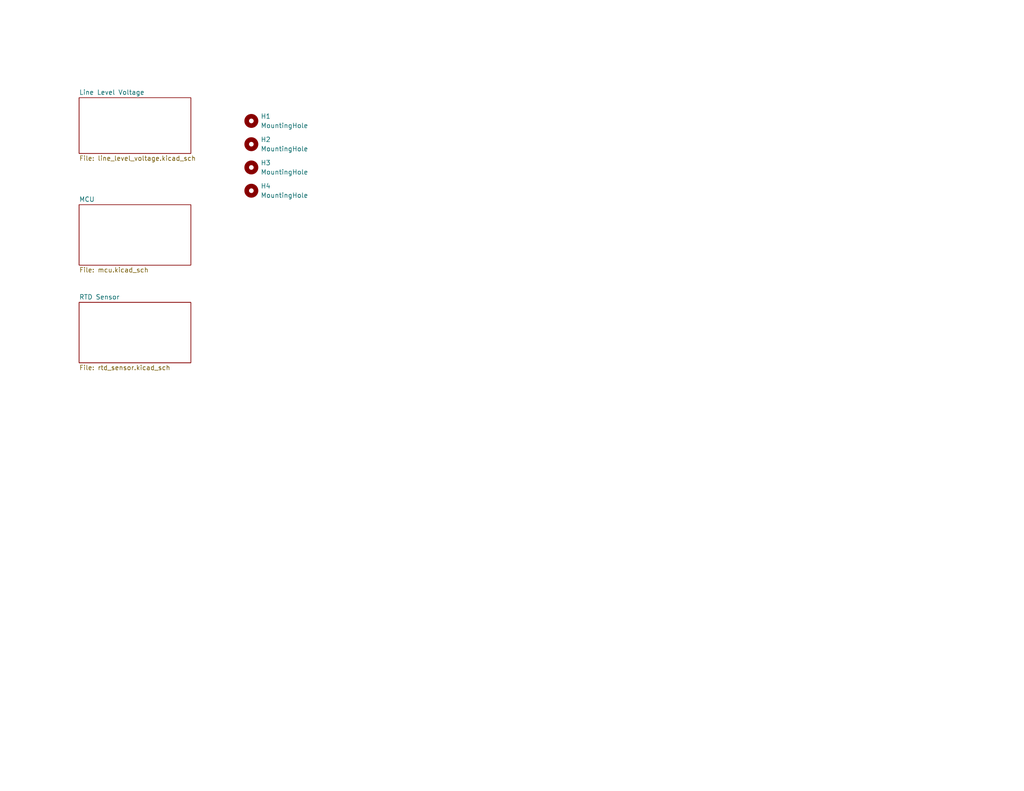
<source format=kicad_sch>
(kicad_sch (version 20231120) (generator "eeschema") (generator_version "8.0")
  (paper "A")
  (title_block (title "Rancilio Silvia PID Board"))
  (lib_symbols
    (symbol "Mechanical:MountingHole" (pin_names (offset 1.016)) (exclude_from_sim yes) (in_bom no)
      (property "Reference" "H" (at 0 5.08 0))
      (property "Value" "MountingHole" (at 0 3.175 0))
      (symbol "MountingHole_0_1"
        (circle (center 0 0) (radius 1.27) (stroke (width 1.27)))
      )
    )
  )
  (symbol (lib_id "Mechanical:MountingHole") (at 68.58 52.07 0) (unit 1) (exclude_from_sim yes) (in_bom no)
    (property "Reference" "H4" (at 71.12 50.7999 0) (effects (justify left)))
    (property "Value" "MountingHole" (at 71.12 53.3399 0) (effects (justify left)))
    (property "Footprint" "MountingHole:MountingHole_3.2mm_M3_Pad_TopOnly" (effects (hide yes)))
    (property "Description" "Mounting Hole without connection" (effects (hide yes)))
  )
  (symbol (lib_id "Mechanical:MountingHole") (at 68.58 45.72 0) (unit 1) (exclude_from_sim yes) (in_bom no)
    (property "Reference" "H3" (at 71.12 44.4499 0) (effects (justify left)))
    (property "Value" "MountingHole" (at 71.12 46.9899 0) (effects (justify left)))
    (property "Footprint" "MountingHole:MountingHole_3.2mm_M3_Pad_TopOnly" (effects (hide yes)))
    (property "Description" "Mounting Hole without connection" (effects (hide yes)))
  )
  (symbol (lib_id "Mechanical:MountingHole") (at 68.58 33.02 0) (unit 1) (exclude_from_sim yes) (in_bom no)
    (property "Reference" "H1" (at 71.12 31.7499 0) (effects (justify left)))
    (property "Value" "MountingHole" (at 71.12 34.2899 0) (effects (justify left)))
    (property "Footprint" "MountingHole:MountingHole_3.2mm_M3_Pad_TopOnly" (effects (hide yes)))
    (property "Description" "Mounting Hole without connection" (effects (hide yes)))
  )
  (symbol (lib_id "Mechanical:MountingHole") (at 68.58 39.37 0) (unit 1) (exclude_from_sim yes) (in_bom no)
    (property "Reference" "H2" (at 71.12 38.0999 0) (effects (justify left)))
    (property "Value" "MountingHole" (at 71.12 40.6399 0) (effects (justify left)))
    (property "Footprint" "MountingHole:MountingHole_3.2mm_M3_Pad_TopOnly" (effects (hide yes)))
    (property "Description" "Mounting Hole without connection" (effects (hide yes)))
  )
  (sheet (at 21.59 82.55) (size 30.48 16.51) (stroke (width 0.1524))
    (property "Sheetname" "RTD Sensor" (at 21.59 81.8384 0) (effects (justify left bottom)))
    (property "Sheetfile" "rtd_sensor.kicad_sch" (at 21.59 99.6446 0) (effects (justify left top)))
  )
  (sheet (at 21.59 55.88) (size 30.48 16.51) (stroke (width 0.1524))
    (property "Sheetname" "MCU" (at 21.59 55.1684 0) (effects (justify left bottom)))
    (property "Sheetfile" "mcu.kicad_sch" (at 21.59 72.9746 0) (effects (justify left top)))
  )
  (sheet (at 21.59 26.67) (size 30.48 15.24) (stroke (width 0.1524))
    (property "Sheetname" "Line Level Voltage" (at 21.59 25.9584 0) (effects (justify left bottom)))
    (property "Sheetfile" "line_level_voltage.kicad_sch" (at 21.59 42.4946 0) (effects (justify left top)))
  )
)
</source>
